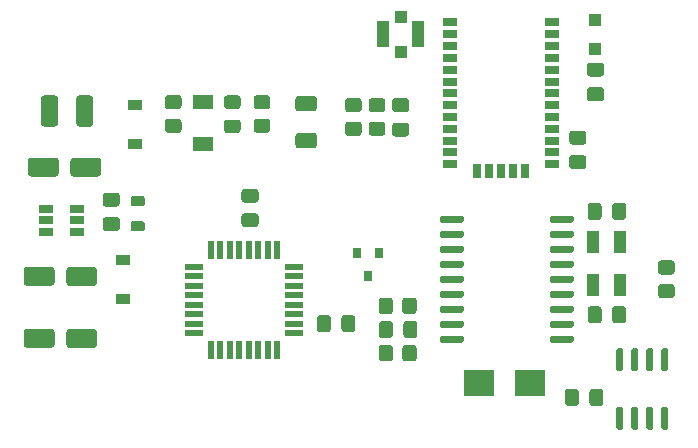
<source format=gbr>
%TF.GenerationSoftware,KiCad,Pcbnew,(5.1.12-1-10_14)*%
%TF.CreationDate,2023-02-08T21:42:28+01:00*%
%TF.ProjectId,SmartDisplay,536d6172-7444-4697-9370-6c61792e6b69,rev?*%
%TF.SameCoordinates,Original*%
%TF.FileFunction,Paste,Top*%
%TF.FilePolarity,Positive*%
%FSLAX46Y46*%
G04 Gerber Fmt 4.6, Leading zero omitted, Abs format (unit mm)*
G04 Created by KiCad (PCBNEW (5.1.12-1-10_14)) date 2023-02-08 21:42:28*
%MOMM*%
%LPD*%
G01*
G04 APERTURE LIST*
%ADD10R,1.200000X0.900000*%
%ADD11R,0.800000X0.900000*%
%ADD12R,1.000000X1.000000*%
%ADD13R,1.050000X2.200000*%
%ADD14R,1.143000X0.711200*%
%ADD15R,0.711200X1.143000*%
%ADD16R,1.220000X0.650000*%
%ADD17R,0.550000X1.600000*%
%ADD18R,1.600000X0.550000*%
%ADD19R,2.500000X2.300000*%
%ADD20R,1.100000X1.900000*%
%ADD21R,1.700000X1.300000*%
G04 APERTURE END LIST*
D10*
%TO.C,D6*%
X137500000Y-85620000D03*
X137500000Y-88920000D03*
%TD*%
%TO.C,D5*%
X136500000Y-102070000D03*
X136500000Y-98770000D03*
%TD*%
%TO.C,C11*%
G36*
G01*
X152650003Y-86207500D02*
X151349997Y-86207500D01*
G75*
G02*
X151100000Y-85957503I0J249997D01*
G01*
X151100000Y-85132497D01*
G75*
G02*
X151349997Y-84882500I249997J0D01*
G01*
X152650003Y-84882500D01*
G75*
G02*
X152900000Y-85132497I0J-249997D01*
G01*
X152900000Y-85957503D01*
G75*
G02*
X152650003Y-86207500I-249997J0D01*
G01*
G37*
G36*
G01*
X152650003Y-89332500D02*
X151349997Y-89332500D01*
G75*
G02*
X151100000Y-89082503I0J249997D01*
G01*
X151100000Y-88257497D01*
G75*
G02*
X151349997Y-88007500I249997J0D01*
G01*
X152650003Y-88007500D01*
G75*
G02*
X152900000Y-88257497I0J-249997D01*
G01*
X152900000Y-89082503D01*
G75*
G02*
X152650003Y-89332500I-249997J0D01*
G01*
G37*
%TD*%
D11*
%TO.C,D3*%
X157250000Y-100170000D03*
X156300000Y-98170000D03*
X158200000Y-98170000D03*
%TD*%
D12*
%TO.C,X1*%
X160025000Y-81170000D03*
X160025000Y-78170000D03*
D13*
X161500000Y-79670000D03*
X158550000Y-79670000D03*
%TD*%
D14*
%TO.C,U5*%
X172825000Y-78669999D03*
X172825000Y-79670000D03*
X172825000Y-80670000D03*
X172825000Y-81670001D03*
X172825000Y-82669999D03*
X172825000Y-83669999D03*
X172825000Y-84670000D03*
X172825000Y-85670001D03*
X172825000Y-86670001D03*
X172825000Y-87669999D03*
X172825000Y-88670000D03*
X172825000Y-89670000D03*
X172825000Y-90670001D03*
D15*
X170500001Y-91270002D03*
X169500001Y-91270002D03*
X168500000Y-91270002D03*
X167499999Y-91270002D03*
X166499999Y-91270002D03*
D14*
X164175000Y-90670001D03*
X164175000Y-89670000D03*
X164175000Y-88670000D03*
X164175000Y-87669999D03*
X164175000Y-86670001D03*
X164175000Y-85670001D03*
X164175000Y-84670000D03*
X164175000Y-83669999D03*
X164175000Y-82669999D03*
X164175000Y-81670001D03*
X164175000Y-80670000D03*
X164175000Y-79670000D03*
X164175000Y-78669999D03*
%TD*%
%TO.C,C15*%
G36*
G01*
X175475000Y-89007500D02*
X174525000Y-89007500D01*
G75*
G02*
X174275000Y-88757500I0J250000D01*
G01*
X174275000Y-88082500D01*
G75*
G02*
X174525000Y-87832500I250000J0D01*
G01*
X175475000Y-87832500D01*
G75*
G02*
X175725000Y-88082500I0J-250000D01*
G01*
X175725000Y-88757500D01*
G75*
G02*
X175475000Y-89007500I-250000J0D01*
G01*
G37*
G36*
G01*
X175475000Y-91082500D02*
X174525000Y-91082500D01*
G75*
G02*
X174275000Y-90832500I0J250000D01*
G01*
X174275000Y-90157500D01*
G75*
G02*
X174525000Y-89907500I250000J0D01*
G01*
X175475000Y-89907500D01*
G75*
G02*
X175725000Y-90157500I0J-250000D01*
G01*
X175725000Y-90832500D01*
G75*
G02*
X175475000Y-91082500I-250000J0D01*
G01*
G37*
%TD*%
D16*
%TO.C,U4*%
X132560000Y-94470000D03*
X132560000Y-95420000D03*
X132560000Y-96370000D03*
X129940000Y-96370000D03*
X129940000Y-95420000D03*
X129940000Y-94470000D03*
%TD*%
%TO.C,L1*%
G36*
G01*
X138131250Y-94232500D02*
X137368750Y-94232500D01*
G75*
G02*
X137150000Y-94013750I0J218750D01*
G01*
X137150000Y-93576250D01*
G75*
G02*
X137368750Y-93357500I218750J0D01*
G01*
X138131250Y-93357500D01*
G75*
G02*
X138350000Y-93576250I0J-218750D01*
G01*
X138350000Y-94013750D01*
G75*
G02*
X138131250Y-94232500I-218750J0D01*
G01*
G37*
G36*
G01*
X138131250Y-96357500D02*
X137368750Y-96357500D01*
G75*
G02*
X137150000Y-96138750I0J218750D01*
G01*
X137150000Y-95701250D01*
G75*
G02*
X137368750Y-95482500I218750J0D01*
G01*
X138131250Y-95482500D01*
G75*
G02*
X138350000Y-95701250I0J-218750D01*
G01*
X138350000Y-96138750D01*
G75*
G02*
X138131250Y-96357500I-218750J0D01*
G01*
G37*
%TD*%
%TO.C,C14*%
G36*
G01*
X131700000Y-105970000D02*
X131700000Y-104870000D01*
G75*
G02*
X131950000Y-104620000I250000J0D01*
G01*
X134050000Y-104620000D01*
G75*
G02*
X134300000Y-104870000I0J-250000D01*
G01*
X134300000Y-105970000D01*
G75*
G02*
X134050000Y-106220000I-250000J0D01*
G01*
X131950000Y-106220000D01*
G75*
G02*
X131700000Y-105970000I0J250000D01*
G01*
G37*
G36*
G01*
X128100000Y-105970000D02*
X128100000Y-104870000D01*
G75*
G02*
X128350000Y-104620000I250000J0D01*
G01*
X130450000Y-104620000D01*
G75*
G02*
X130700000Y-104870000I0J-250000D01*
G01*
X130700000Y-105970000D01*
G75*
G02*
X130450000Y-106220000I-250000J0D01*
G01*
X128350000Y-106220000D01*
G75*
G02*
X128100000Y-105970000I0J250000D01*
G01*
G37*
%TD*%
%TO.C,C13*%
G36*
G01*
X131700000Y-100720000D02*
X131700000Y-99620000D01*
G75*
G02*
X131950000Y-99370000I250000J0D01*
G01*
X134050000Y-99370000D01*
G75*
G02*
X134300000Y-99620000I0J-250000D01*
G01*
X134300000Y-100720000D01*
G75*
G02*
X134050000Y-100970000I-250000J0D01*
G01*
X131950000Y-100970000D01*
G75*
G02*
X131700000Y-100720000I0J250000D01*
G01*
G37*
G36*
G01*
X128100000Y-100720000D02*
X128100000Y-99620000D01*
G75*
G02*
X128350000Y-99370000I250000J0D01*
G01*
X130450000Y-99370000D01*
G75*
G02*
X130700000Y-99620000I0J-250000D01*
G01*
X130700000Y-100720000D01*
G75*
G02*
X130450000Y-100970000I-250000J0D01*
G01*
X128350000Y-100970000D01*
G75*
G02*
X128100000Y-100720000I0J250000D01*
G01*
G37*
%TD*%
%TO.C,C4*%
G36*
G01*
X135975000Y-94257500D02*
X135025000Y-94257500D01*
G75*
G02*
X134775000Y-94007500I0J250000D01*
G01*
X134775000Y-93332500D01*
G75*
G02*
X135025000Y-93082500I250000J0D01*
G01*
X135975000Y-93082500D01*
G75*
G02*
X136225000Y-93332500I0J-250000D01*
G01*
X136225000Y-94007500D01*
G75*
G02*
X135975000Y-94257500I-250000J0D01*
G01*
G37*
G36*
G01*
X135975000Y-96332500D02*
X135025000Y-96332500D01*
G75*
G02*
X134775000Y-96082500I0J250000D01*
G01*
X134775000Y-95407500D01*
G75*
G02*
X135025000Y-95157500I250000J0D01*
G01*
X135975000Y-95157500D01*
G75*
G02*
X136225000Y-95407500I0J-250000D01*
G01*
X136225000Y-96082500D01*
G75*
G02*
X135975000Y-96332500I-250000J0D01*
G01*
G37*
%TD*%
%TO.C,C3*%
G36*
G01*
X132050000Y-91470000D02*
X132050000Y-90370000D01*
G75*
G02*
X132300000Y-90120000I250000J0D01*
G01*
X134400000Y-90120000D01*
G75*
G02*
X134650000Y-90370000I0J-250000D01*
G01*
X134650000Y-91470000D01*
G75*
G02*
X134400000Y-91720000I-250000J0D01*
G01*
X132300000Y-91720000D01*
G75*
G02*
X132050000Y-91470000I0J250000D01*
G01*
G37*
G36*
G01*
X128450000Y-91470000D02*
X128450000Y-90370000D01*
G75*
G02*
X128700000Y-90120000I250000J0D01*
G01*
X130800000Y-90120000D01*
G75*
G02*
X131050000Y-90370000I0J-250000D01*
G01*
X131050000Y-91470000D01*
G75*
G02*
X130800000Y-91720000I-250000J0D01*
G01*
X128700000Y-91720000D01*
G75*
G02*
X128450000Y-91470000I0J250000D01*
G01*
G37*
%TD*%
%TO.C,F1*%
G36*
G01*
X132537500Y-87245000D02*
X132537500Y-85095000D01*
G75*
G02*
X132787500Y-84845000I250000J0D01*
G01*
X133712500Y-84845000D01*
G75*
G02*
X133962500Y-85095000I0J-250000D01*
G01*
X133962500Y-87245000D01*
G75*
G02*
X133712500Y-87495000I-250000J0D01*
G01*
X132787500Y-87495000D01*
G75*
G02*
X132537500Y-87245000I0J250000D01*
G01*
G37*
G36*
G01*
X129562500Y-87245000D02*
X129562500Y-85095000D01*
G75*
G02*
X129812500Y-84845000I250000J0D01*
G01*
X130737500Y-84845000D01*
G75*
G02*
X130987500Y-85095000I0J-250000D01*
G01*
X130987500Y-87245000D01*
G75*
G02*
X130737500Y-87495000I-250000J0D01*
G01*
X129812500Y-87495000D01*
G75*
G02*
X129562500Y-87245000I0J250000D01*
G01*
G37*
%TD*%
%TO.C,U3*%
G36*
G01*
X165375000Y-105330000D02*
X165375000Y-105630000D01*
G75*
G02*
X165225000Y-105780000I-150000J0D01*
G01*
X163475000Y-105780000D01*
G75*
G02*
X163325000Y-105630000I0J150000D01*
G01*
X163325000Y-105330000D01*
G75*
G02*
X163475000Y-105180000I150000J0D01*
G01*
X165225000Y-105180000D01*
G75*
G02*
X165375000Y-105330000I0J-150000D01*
G01*
G37*
G36*
G01*
X165375000Y-104060000D02*
X165375000Y-104360000D01*
G75*
G02*
X165225000Y-104510000I-150000J0D01*
G01*
X163475000Y-104510000D01*
G75*
G02*
X163325000Y-104360000I0J150000D01*
G01*
X163325000Y-104060000D01*
G75*
G02*
X163475000Y-103910000I150000J0D01*
G01*
X165225000Y-103910000D01*
G75*
G02*
X165375000Y-104060000I0J-150000D01*
G01*
G37*
G36*
G01*
X165375000Y-102790000D02*
X165375000Y-103090000D01*
G75*
G02*
X165225000Y-103240000I-150000J0D01*
G01*
X163475000Y-103240000D01*
G75*
G02*
X163325000Y-103090000I0J150000D01*
G01*
X163325000Y-102790000D01*
G75*
G02*
X163475000Y-102640000I150000J0D01*
G01*
X165225000Y-102640000D01*
G75*
G02*
X165375000Y-102790000I0J-150000D01*
G01*
G37*
G36*
G01*
X165375000Y-101520000D02*
X165375000Y-101820000D01*
G75*
G02*
X165225000Y-101970000I-150000J0D01*
G01*
X163475000Y-101970000D01*
G75*
G02*
X163325000Y-101820000I0J150000D01*
G01*
X163325000Y-101520000D01*
G75*
G02*
X163475000Y-101370000I150000J0D01*
G01*
X165225000Y-101370000D01*
G75*
G02*
X165375000Y-101520000I0J-150000D01*
G01*
G37*
G36*
G01*
X165375000Y-100250000D02*
X165375000Y-100550000D01*
G75*
G02*
X165225000Y-100700000I-150000J0D01*
G01*
X163475000Y-100700000D01*
G75*
G02*
X163325000Y-100550000I0J150000D01*
G01*
X163325000Y-100250000D01*
G75*
G02*
X163475000Y-100100000I150000J0D01*
G01*
X165225000Y-100100000D01*
G75*
G02*
X165375000Y-100250000I0J-150000D01*
G01*
G37*
G36*
G01*
X165375000Y-98980000D02*
X165375000Y-99280000D01*
G75*
G02*
X165225000Y-99430000I-150000J0D01*
G01*
X163475000Y-99430000D01*
G75*
G02*
X163325000Y-99280000I0J150000D01*
G01*
X163325000Y-98980000D01*
G75*
G02*
X163475000Y-98830000I150000J0D01*
G01*
X165225000Y-98830000D01*
G75*
G02*
X165375000Y-98980000I0J-150000D01*
G01*
G37*
G36*
G01*
X165375000Y-97710000D02*
X165375000Y-98010000D01*
G75*
G02*
X165225000Y-98160000I-150000J0D01*
G01*
X163475000Y-98160000D01*
G75*
G02*
X163325000Y-98010000I0J150000D01*
G01*
X163325000Y-97710000D01*
G75*
G02*
X163475000Y-97560000I150000J0D01*
G01*
X165225000Y-97560000D01*
G75*
G02*
X165375000Y-97710000I0J-150000D01*
G01*
G37*
G36*
G01*
X165375000Y-96440000D02*
X165375000Y-96740000D01*
G75*
G02*
X165225000Y-96890000I-150000J0D01*
G01*
X163475000Y-96890000D01*
G75*
G02*
X163325000Y-96740000I0J150000D01*
G01*
X163325000Y-96440000D01*
G75*
G02*
X163475000Y-96290000I150000J0D01*
G01*
X165225000Y-96290000D01*
G75*
G02*
X165375000Y-96440000I0J-150000D01*
G01*
G37*
G36*
G01*
X165375000Y-95170000D02*
X165375000Y-95470000D01*
G75*
G02*
X165225000Y-95620000I-150000J0D01*
G01*
X163475000Y-95620000D01*
G75*
G02*
X163325000Y-95470000I0J150000D01*
G01*
X163325000Y-95170000D01*
G75*
G02*
X163475000Y-95020000I150000J0D01*
G01*
X165225000Y-95020000D01*
G75*
G02*
X165375000Y-95170000I0J-150000D01*
G01*
G37*
G36*
G01*
X174675000Y-95170000D02*
X174675000Y-95470000D01*
G75*
G02*
X174525000Y-95620000I-150000J0D01*
G01*
X172775000Y-95620000D01*
G75*
G02*
X172625000Y-95470000I0J150000D01*
G01*
X172625000Y-95170000D01*
G75*
G02*
X172775000Y-95020000I150000J0D01*
G01*
X174525000Y-95020000D01*
G75*
G02*
X174675000Y-95170000I0J-150000D01*
G01*
G37*
G36*
G01*
X174675000Y-96440000D02*
X174675000Y-96740000D01*
G75*
G02*
X174525000Y-96890000I-150000J0D01*
G01*
X172775000Y-96890000D01*
G75*
G02*
X172625000Y-96740000I0J150000D01*
G01*
X172625000Y-96440000D01*
G75*
G02*
X172775000Y-96290000I150000J0D01*
G01*
X174525000Y-96290000D01*
G75*
G02*
X174675000Y-96440000I0J-150000D01*
G01*
G37*
G36*
G01*
X174675000Y-97710000D02*
X174675000Y-98010000D01*
G75*
G02*
X174525000Y-98160000I-150000J0D01*
G01*
X172775000Y-98160000D01*
G75*
G02*
X172625000Y-98010000I0J150000D01*
G01*
X172625000Y-97710000D01*
G75*
G02*
X172775000Y-97560000I150000J0D01*
G01*
X174525000Y-97560000D01*
G75*
G02*
X174675000Y-97710000I0J-150000D01*
G01*
G37*
G36*
G01*
X174675000Y-98980000D02*
X174675000Y-99280000D01*
G75*
G02*
X174525000Y-99430000I-150000J0D01*
G01*
X172775000Y-99430000D01*
G75*
G02*
X172625000Y-99280000I0J150000D01*
G01*
X172625000Y-98980000D01*
G75*
G02*
X172775000Y-98830000I150000J0D01*
G01*
X174525000Y-98830000D01*
G75*
G02*
X174675000Y-98980000I0J-150000D01*
G01*
G37*
G36*
G01*
X174675000Y-100250000D02*
X174675000Y-100550000D01*
G75*
G02*
X174525000Y-100700000I-150000J0D01*
G01*
X172775000Y-100700000D01*
G75*
G02*
X172625000Y-100550000I0J150000D01*
G01*
X172625000Y-100250000D01*
G75*
G02*
X172775000Y-100100000I150000J0D01*
G01*
X174525000Y-100100000D01*
G75*
G02*
X174675000Y-100250000I0J-150000D01*
G01*
G37*
G36*
G01*
X174675000Y-101520000D02*
X174675000Y-101820000D01*
G75*
G02*
X174525000Y-101970000I-150000J0D01*
G01*
X172775000Y-101970000D01*
G75*
G02*
X172625000Y-101820000I0J150000D01*
G01*
X172625000Y-101520000D01*
G75*
G02*
X172775000Y-101370000I150000J0D01*
G01*
X174525000Y-101370000D01*
G75*
G02*
X174675000Y-101520000I0J-150000D01*
G01*
G37*
G36*
G01*
X174675000Y-102790000D02*
X174675000Y-103090000D01*
G75*
G02*
X174525000Y-103240000I-150000J0D01*
G01*
X172775000Y-103240000D01*
G75*
G02*
X172625000Y-103090000I0J150000D01*
G01*
X172625000Y-102790000D01*
G75*
G02*
X172775000Y-102640000I150000J0D01*
G01*
X174525000Y-102640000D01*
G75*
G02*
X174675000Y-102790000I0J-150000D01*
G01*
G37*
G36*
G01*
X174675000Y-104060000D02*
X174675000Y-104360000D01*
G75*
G02*
X174525000Y-104510000I-150000J0D01*
G01*
X172775000Y-104510000D01*
G75*
G02*
X172625000Y-104360000I0J150000D01*
G01*
X172625000Y-104060000D01*
G75*
G02*
X172775000Y-103910000I150000J0D01*
G01*
X174525000Y-103910000D01*
G75*
G02*
X174675000Y-104060000I0J-150000D01*
G01*
G37*
G36*
G01*
X174675000Y-105330000D02*
X174675000Y-105630000D01*
G75*
G02*
X174525000Y-105780000I-150000J0D01*
G01*
X172775000Y-105780000D01*
G75*
G02*
X172625000Y-105630000I0J150000D01*
G01*
X172625000Y-105330000D01*
G75*
G02*
X172775000Y-105180000I150000J0D01*
G01*
X174525000Y-105180000D01*
G75*
G02*
X174675000Y-105330000I0J-150000D01*
G01*
G37*
%TD*%
%TO.C,R8*%
G36*
G01*
X160150000Y-107120001D02*
X160150000Y-106219999D01*
G75*
G02*
X160399999Y-105970000I249999J0D01*
G01*
X161100001Y-105970000D01*
G75*
G02*
X161350000Y-106219999I0J-249999D01*
G01*
X161350000Y-107120001D01*
G75*
G02*
X161100001Y-107370000I-249999J0D01*
G01*
X160399999Y-107370000D01*
G75*
G02*
X160150000Y-107120001I0J249999D01*
G01*
G37*
G36*
G01*
X158150000Y-107120001D02*
X158150000Y-106219999D01*
G75*
G02*
X158399999Y-105970000I249999J0D01*
G01*
X159100001Y-105970000D01*
G75*
G02*
X159350000Y-106219999I0J-249999D01*
G01*
X159350000Y-107120001D01*
G75*
G02*
X159100001Y-107370000I-249999J0D01*
G01*
X158399999Y-107370000D01*
G75*
G02*
X158150000Y-107120001I0J249999D01*
G01*
G37*
%TD*%
%TO.C,R7*%
G36*
G01*
X148700001Y-86020000D02*
X147799999Y-86020000D01*
G75*
G02*
X147550000Y-85770001I0J249999D01*
G01*
X147550000Y-85069999D01*
G75*
G02*
X147799999Y-84820000I249999J0D01*
G01*
X148700001Y-84820000D01*
G75*
G02*
X148950000Y-85069999I0J-249999D01*
G01*
X148950000Y-85770001D01*
G75*
G02*
X148700001Y-86020000I-249999J0D01*
G01*
G37*
G36*
G01*
X148700001Y-88020000D02*
X147799999Y-88020000D01*
G75*
G02*
X147550000Y-87770001I0J249999D01*
G01*
X147550000Y-87069999D01*
G75*
G02*
X147799999Y-86820000I249999J0D01*
G01*
X148700001Y-86820000D01*
G75*
G02*
X148950000Y-87069999I0J-249999D01*
G01*
X148950000Y-87770001D01*
G75*
G02*
X148700001Y-88020000I-249999J0D01*
G01*
G37*
%TD*%
%TO.C,R6*%
G36*
G01*
X141200001Y-86020000D02*
X140299999Y-86020000D01*
G75*
G02*
X140050000Y-85770001I0J249999D01*
G01*
X140050000Y-85069999D01*
G75*
G02*
X140299999Y-84820000I249999J0D01*
G01*
X141200001Y-84820000D01*
G75*
G02*
X141450000Y-85069999I0J-249999D01*
G01*
X141450000Y-85770001D01*
G75*
G02*
X141200001Y-86020000I-249999J0D01*
G01*
G37*
G36*
G01*
X141200001Y-88020000D02*
X140299999Y-88020000D01*
G75*
G02*
X140050000Y-87770001I0J249999D01*
G01*
X140050000Y-87069999D01*
G75*
G02*
X140299999Y-86820000I249999J0D01*
G01*
X141200001Y-86820000D01*
G75*
G02*
X141450000Y-87069999I0J-249999D01*
G01*
X141450000Y-87770001D01*
G75*
G02*
X141200001Y-88020000I-249999J0D01*
G01*
G37*
%TD*%
%TO.C,R5*%
G36*
G01*
X155549999Y-87070000D02*
X156450001Y-87070000D01*
G75*
G02*
X156700000Y-87319999I0J-249999D01*
G01*
X156700000Y-88020001D01*
G75*
G02*
X156450001Y-88270000I-249999J0D01*
G01*
X155549999Y-88270000D01*
G75*
G02*
X155300000Y-88020001I0J249999D01*
G01*
X155300000Y-87319999D01*
G75*
G02*
X155549999Y-87070000I249999J0D01*
G01*
G37*
G36*
G01*
X155549999Y-85070000D02*
X156450001Y-85070000D01*
G75*
G02*
X156700000Y-85319999I0J-249999D01*
G01*
X156700000Y-86020001D01*
G75*
G02*
X156450001Y-86270000I-249999J0D01*
G01*
X155549999Y-86270000D01*
G75*
G02*
X155300000Y-86020001I0J249999D01*
G01*
X155300000Y-85319999D01*
G75*
G02*
X155549999Y-85070000I249999J0D01*
G01*
G37*
%TD*%
%TO.C,R4*%
G36*
G01*
X157549999Y-87070000D02*
X158450001Y-87070000D01*
G75*
G02*
X158700000Y-87319999I0J-249999D01*
G01*
X158700000Y-88020001D01*
G75*
G02*
X158450001Y-88270000I-249999J0D01*
G01*
X157549999Y-88270000D01*
G75*
G02*
X157300000Y-88020001I0J249999D01*
G01*
X157300000Y-87319999D01*
G75*
G02*
X157549999Y-87070000I249999J0D01*
G01*
G37*
G36*
G01*
X157549999Y-85070000D02*
X158450001Y-85070000D01*
G75*
G02*
X158700000Y-85319999I0J-249999D01*
G01*
X158700000Y-86020001D01*
G75*
G02*
X158450001Y-86270000I-249999J0D01*
G01*
X157549999Y-86270000D01*
G75*
G02*
X157300000Y-86020001I0J249999D01*
G01*
X157300000Y-85319999D01*
G75*
G02*
X157549999Y-85070000I249999J0D01*
G01*
G37*
%TD*%
%TO.C,R3*%
G36*
G01*
X160150000Y-103120001D02*
X160150000Y-102219999D01*
G75*
G02*
X160399999Y-101970000I249999J0D01*
G01*
X161100001Y-101970000D01*
G75*
G02*
X161350000Y-102219999I0J-249999D01*
G01*
X161350000Y-103120001D01*
G75*
G02*
X161100001Y-103370000I-249999J0D01*
G01*
X160399999Y-103370000D01*
G75*
G02*
X160150000Y-103120001I0J249999D01*
G01*
G37*
G36*
G01*
X158150000Y-103120001D02*
X158150000Y-102219999D01*
G75*
G02*
X158399999Y-101970000I249999J0D01*
G01*
X159100001Y-101970000D01*
G75*
G02*
X159350000Y-102219999I0J-249999D01*
G01*
X159350000Y-103120001D01*
G75*
G02*
X159100001Y-103370000I-249999J0D01*
G01*
X158399999Y-103370000D01*
G75*
G02*
X158150000Y-103120001I0J249999D01*
G01*
G37*
%TD*%
%TO.C,R2*%
G36*
G01*
X182950001Y-100020000D02*
X182049999Y-100020000D01*
G75*
G02*
X181800000Y-99770001I0J249999D01*
G01*
X181800000Y-99069999D01*
G75*
G02*
X182049999Y-98820000I249999J0D01*
G01*
X182950001Y-98820000D01*
G75*
G02*
X183200000Y-99069999I0J-249999D01*
G01*
X183200000Y-99770001D01*
G75*
G02*
X182950001Y-100020000I-249999J0D01*
G01*
G37*
G36*
G01*
X182950001Y-102020000D02*
X182049999Y-102020000D01*
G75*
G02*
X181800000Y-101770001I0J249999D01*
G01*
X181800000Y-101069999D01*
G75*
G02*
X182049999Y-100820000I249999J0D01*
G01*
X182950001Y-100820000D01*
G75*
G02*
X183200000Y-101069999I0J-249999D01*
G01*
X183200000Y-101770001D01*
G75*
G02*
X182950001Y-102020000I-249999J0D01*
G01*
G37*
%TD*%
%TO.C,C12*%
G36*
G01*
X176975000Y-83257500D02*
X176025000Y-83257500D01*
G75*
G02*
X175775000Y-83007500I0J250000D01*
G01*
X175775000Y-82332500D01*
G75*
G02*
X176025000Y-82082500I250000J0D01*
G01*
X176975000Y-82082500D01*
G75*
G02*
X177225000Y-82332500I0J-250000D01*
G01*
X177225000Y-83007500D01*
G75*
G02*
X176975000Y-83257500I-250000J0D01*
G01*
G37*
G36*
G01*
X176975000Y-85332500D02*
X176025000Y-85332500D01*
G75*
G02*
X175775000Y-85082500I0J250000D01*
G01*
X175775000Y-84407500D01*
G75*
G02*
X176025000Y-84157500I250000J0D01*
G01*
X176975000Y-84157500D01*
G75*
G02*
X177225000Y-84407500I0J-250000D01*
G01*
X177225000Y-85082500D01*
G75*
G02*
X176975000Y-85332500I-250000J0D01*
G01*
G37*
%TD*%
%TO.C,C9*%
G36*
G01*
X160475000Y-86257500D02*
X159525000Y-86257500D01*
G75*
G02*
X159275000Y-86007500I0J250000D01*
G01*
X159275000Y-85332500D01*
G75*
G02*
X159525000Y-85082500I250000J0D01*
G01*
X160475000Y-85082500D01*
G75*
G02*
X160725000Y-85332500I0J-250000D01*
G01*
X160725000Y-86007500D01*
G75*
G02*
X160475000Y-86257500I-250000J0D01*
G01*
G37*
G36*
G01*
X160475000Y-88332500D02*
X159525000Y-88332500D01*
G75*
G02*
X159275000Y-88082500I0J250000D01*
G01*
X159275000Y-87407500D01*
G75*
G02*
X159525000Y-87157500I250000J0D01*
G01*
X160475000Y-87157500D01*
G75*
G02*
X160725000Y-87407500I0J-250000D01*
G01*
X160725000Y-88082500D01*
G75*
G02*
X160475000Y-88332500I-250000J0D01*
G01*
G37*
%TD*%
%TO.C,C8*%
G36*
G01*
X177012500Y-102945000D02*
X177012500Y-103895000D01*
G75*
G02*
X176762500Y-104145000I-250000J0D01*
G01*
X176087500Y-104145000D01*
G75*
G02*
X175837500Y-103895000I0J250000D01*
G01*
X175837500Y-102945000D01*
G75*
G02*
X176087500Y-102695000I250000J0D01*
G01*
X176762500Y-102695000D01*
G75*
G02*
X177012500Y-102945000I0J-250000D01*
G01*
G37*
G36*
G01*
X179087500Y-102945000D02*
X179087500Y-103895000D01*
G75*
G02*
X178837500Y-104145000I-250000J0D01*
G01*
X178162500Y-104145000D01*
G75*
G02*
X177912500Y-103895000I0J250000D01*
G01*
X177912500Y-102945000D01*
G75*
G02*
X178162500Y-102695000I250000J0D01*
G01*
X178837500Y-102695000D01*
G75*
G02*
X179087500Y-102945000I0J-250000D01*
G01*
G37*
%TD*%
%TO.C,C7*%
G36*
G01*
X177912500Y-95145000D02*
X177912500Y-94195000D01*
G75*
G02*
X178162500Y-93945000I250000J0D01*
G01*
X178837500Y-93945000D01*
G75*
G02*
X179087500Y-94195000I0J-250000D01*
G01*
X179087500Y-95145000D01*
G75*
G02*
X178837500Y-95395000I-250000J0D01*
G01*
X178162500Y-95395000D01*
G75*
G02*
X177912500Y-95145000I0J250000D01*
G01*
G37*
G36*
G01*
X175837500Y-95145000D02*
X175837500Y-94195000D01*
G75*
G02*
X176087500Y-93945000I250000J0D01*
G01*
X176762500Y-93945000D01*
G75*
G02*
X177012500Y-94195000I0J-250000D01*
G01*
X177012500Y-95145000D01*
G75*
G02*
X176762500Y-95395000I-250000J0D01*
G01*
X176087500Y-95395000D01*
G75*
G02*
X175837500Y-95145000I0J250000D01*
G01*
G37*
%TD*%
%TO.C,C6*%
G36*
G01*
X147725000Y-93932500D02*
X146775000Y-93932500D01*
G75*
G02*
X146525000Y-93682500I0J250000D01*
G01*
X146525000Y-93007500D01*
G75*
G02*
X146775000Y-92757500I250000J0D01*
G01*
X147725000Y-92757500D01*
G75*
G02*
X147975000Y-93007500I0J-250000D01*
G01*
X147975000Y-93682500D01*
G75*
G02*
X147725000Y-93932500I-250000J0D01*
G01*
G37*
G36*
G01*
X147725000Y-96007500D02*
X146775000Y-96007500D01*
G75*
G02*
X146525000Y-95757500I0J250000D01*
G01*
X146525000Y-95082500D01*
G75*
G02*
X146775000Y-94832500I250000J0D01*
G01*
X147725000Y-94832500D01*
G75*
G02*
X147975000Y-95082500I0J-250000D01*
G01*
X147975000Y-95757500D01*
G75*
G02*
X147725000Y-96007500I-250000J0D01*
G01*
G37*
%TD*%
%TO.C,C5*%
G36*
G01*
X175987500Y-110895000D02*
X175987500Y-109945000D01*
G75*
G02*
X176237500Y-109695000I250000J0D01*
G01*
X176912500Y-109695000D01*
G75*
G02*
X177162500Y-109945000I0J-250000D01*
G01*
X177162500Y-110895000D01*
G75*
G02*
X176912500Y-111145000I-250000J0D01*
G01*
X176237500Y-111145000D01*
G75*
G02*
X175987500Y-110895000I0J250000D01*
G01*
G37*
G36*
G01*
X173912500Y-110895000D02*
X173912500Y-109945000D01*
G75*
G02*
X174162500Y-109695000I250000J0D01*
G01*
X174837500Y-109695000D01*
G75*
G02*
X175087500Y-109945000I0J-250000D01*
G01*
X175087500Y-110895000D01*
G75*
G02*
X174837500Y-111145000I-250000J0D01*
G01*
X174162500Y-111145000D01*
G75*
G02*
X173912500Y-110895000I0J250000D01*
G01*
G37*
%TD*%
%TO.C,C2*%
G36*
G01*
X154987500Y-104645000D02*
X154987500Y-103695000D01*
G75*
G02*
X155237500Y-103445000I250000J0D01*
G01*
X155912500Y-103445000D01*
G75*
G02*
X156162500Y-103695000I0J-250000D01*
G01*
X156162500Y-104645000D01*
G75*
G02*
X155912500Y-104895000I-250000J0D01*
G01*
X155237500Y-104895000D01*
G75*
G02*
X154987500Y-104645000I0J250000D01*
G01*
G37*
G36*
G01*
X152912500Y-104645000D02*
X152912500Y-103695000D01*
G75*
G02*
X153162500Y-103445000I250000J0D01*
G01*
X153837500Y-103445000D01*
G75*
G02*
X154087500Y-103695000I0J-250000D01*
G01*
X154087500Y-104645000D01*
G75*
G02*
X153837500Y-104895000I-250000J0D01*
G01*
X153162500Y-104895000D01*
G75*
G02*
X152912500Y-104645000I0J250000D01*
G01*
G37*
%TD*%
%TO.C,C1*%
G36*
G01*
X160237500Y-105145000D02*
X160237500Y-104195000D01*
G75*
G02*
X160487500Y-103945000I250000J0D01*
G01*
X161162500Y-103945000D01*
G75*
G02*
X161412500Y-104195000I0J-250000D01*
G01*
X161412500Y-105145000D01*
G75*
G02*
X161162500Y-105395000I-250000J0D01*
G01*
X160487500Y-105395000D01*
G75*
G02*
X160237500Y-105145000I0J250000D01*
G01*
G37*
G36*
G01*
X158162500Y-105145000D02*
X158162500Y-104195000D01*
G75*
G02*
X158412500Y-103945000I250000J0D01*
G01*
X159087500Y-103945000D01*
G75*
G02*
X159337500Y-104195000I0J-250000D01*
G01*
X159337500Y-105145000D01*
G75*
G02*
X159087500Y-105395000I-250000J0D01*
G01*
X158412500Y-105395000D01*
G75*
G02*
X158162500Y-105145000I0J250000D01*
G01*
G37*
%TD*%
D17*
%TO.C,U1*%
X143950000Y-97920000D03*
X144750000Y-97920000D03*
X145550000Y-97920000D03*
X146350000Y-97920000D03*
X147150000Y-97920000D03*
X147950000Y-97920000D03*
X148750000Y-97920000D03*
X149550000Y-97920000D03*
D18*
X151000000Y-99370000D03*
X151000000Y-100170000D03*
X151000000Y-100970000D03*
X151000000Y-101770000D03*
X151000000Y-102570000D03*
X151000000Y-103370000D03*
X151000000Y-104170000D03*
X151000000Y-104970000D03*
D17*
X149550000Y-106420000D03*
X148750000Y-106420000D03*
X147950000Y-106420000D03*
X147150000Y-106420000D03*
X146350000Y-106420000D03*
X145550000Y-106420000D03*
X144750000Y-106420000D03*
X143950000Y-106420000D03*
D18*
X142500000Y-104970000D03*
X142500000Y-104170000D03*
X142500000Y-103370000D03*
X142500000Y-102570000D03*
X142500000Y-101770000D03*
X142500000Y-100970000D03*
X142500000Y-100170000D03*
X142500000Y-99370000D03*
%TD*%
D19*
%TO.C,D2*%
X166642000Y-109220000D03*
X170942000Y-109220000D03*
%TD*%
D12*
%TO.C,D1*%
X176500000Y-80920000D03*
X176500000Y-78420000D03*
%TD*%
D20*
%TO.C,Y2*%
X178550000Y-97220000D03*
X178550000Y-100920000D03*
X176250000Y-100920000D03*
X176250000Y-97220000D03*
%TD*%
D21*
%TO.C,D4*%
X143250000Y-85420000D03*
X143250000Y-88920000D03*
%TD*%
%TO.C,C10*%
G36*
G01*
X146200001Y-85995000D02*
X145299999Y-85995000D01*
G75*
G02*
X145050000Y-85745001I0J249999D01*
G01*
X145050000Y-85094999D01*
G75*
G02*
X145299999Y-84845000I249999J0D01*
G01*
X146200001Y-84845000D01*
G75*
G02*
X146450000Y-85094999I0J-249999D01*
G01*
X146450000Y-85745001D01*
G75*
G02*
X146200001Y-85995000I-249999J0D01*
G01*
G37*
G36*
G01*
X146200001Y-88045000D02*
X145299999Y-88045000D01*
G75*
G02*
X145050000Y-87795001I0J249999D01*
G01*
X145050000Y-87144999D01*
G75*
G02*
X145299999Y-86895000I249999J0D01*
G01*
X146200001Y-86895000D01*
G75*
G02*
X146450000Y-87144999I0J-249999D01*
G01*
X146450000Y-87795001D01*
G75*
G02*
X146200001Y-88045000I-249999J0D01*
G01*
G37*
%TD*%
%TO.C,U2*%
G36*
G01*
X182222000Y-111195000D02*
X182522000Y-111195000D01*
G75*
G02*
X182672000Y-111345000I0J-150000D01*
G01*
X182672000Y-112995000D01*
G75*
G02*
X182522000Y-113145000I-150000J0D01*
G01*
X182222000Y-113145000D01*
G75*
G02*
X182072000Y-112995000I0J150000D01*
G01*
X182072000Y-111345000D01*
G75*
G02*
X182222000Y-111195000I150000J0D01*
G01*
G37*
G36*
G01*
X180952000Y-111195000D02*
X181252000Y-111195000D01*
G75*
G02*
X181402000Y-111345000I0J-150000D01*
G01*
X181402000Y-112995000D01*
G75*
G02*
X181252000Y-113145000I-150000J0D01*
G01*
X180952000Y-113145000D01*
G75*
G02*
X180802000Y-112995000I0J150000D01*
G01*
X180802000Y-111345000D01*
G75*
G02*
X180952000Y-111195000I150000J0D01*
G01*
G37*
G36*
G01*
X179682000Y-111195000D02*
X179982000Y-111195000D01*
G75*
G02*
X180132000Y-111345000I0J-150000D01*
G01*
X180132000Y-112995000D01*
G75*
G02*
X179982000Y-113145000I-150000J0D01*
G01*
X179682000Y-113145000D01*
G75*
G02*
X179532000Y-112995000I0J150000D01*
G01*
X179532000Y-111345000D01*
G75*
G02*
X179682000Y-111195000I150000J0D01*
G01*
G37*
G36*
G01*
X178412000Y-111195000D02*
X178712000Y-111195000D01*
G75*
G02*
X178862000Y-111345000I0J-150000D01*
G01*
X178862000Y-112995000D01*
G75*
G02*
X178712000Y-113145000I-150000J0D01*
G01*
X178412000Y-113145000D01*
G75*
G02*
X178262000Y-112995000I0J150000D01*
G01*
X178262000Y-111345000D01*
G75*
G02*
X178412000Y-111195000I150000J0D01*
G01*
G37*
G36*
G01*
X178412000Y-106245000D02*
X178712000Y-106245000D01*
G75*
G02*
X178862000Y-106395000I0J-150000D01*
G01*
X178862000Y-108045000D01*
G75*
G02*
X178712000Y-108195000I-150000J0D01*
G01*
X178412000Y-108195000D01*
G75*
G02*
X178262000Y-108045000I0J150000D01*
G01*
X178262000Y-106395000D01*
G75*
G02*
X178412000Y-106245000I150000J0D01*
G01*
G37*
G36*
G01*
X179682000Y-106245000D02*
X179982000Y-106245000D01*
G75*
G02*
X180132000Y-106395000I0J-150000D01*
G01*
X180132000Y-108045000D01*
G75*
G02*
X179982000Y-108195000I-150000J0D01*
G01*
X179682000Y-108195000D01*
G75*
G02*
X179532000Y-108045000I0J150000D01*
G01*
X179532000Y-106395000D01*
G75*
G02*
X179682000Y-106245000I150000J0D01*
G01*
G37*
G36*
G01*
X180952000Y-106245000D02*
X181252000Y-106245000D01*
G75*
G02*
X181402000Y-106395000I0J-150000D01*
G01*
X181402000Y-108045000D01*
G75*
G02*
X181252000Y-108195000I-150000J0D01*
G01*
X180952000Y-108195000D01*
G75*
G02*
X180802000Y-108045000I0J150000D01*
G01*
X180802000Y-106395000D01*
G75*
G02*
X180952000Y-106245000I150000J0D01*
G01*
G37*
G36*
G01*
X182222000Y-106245000D02*
X182522000Y-106245000D01*
G75*
G02*
X182672000Y-106395000I0J-150000D01*
G01*
X182672000Y-108045000D01*
G75*
G02*
X182522000Y-108195000I-150000J0D01*
G01*
X182222000Y-108195000D01*
G75*
G02*
X182072000Y-108045000I0J150000D01*
G01*
X182072000Y-106395000D01*
G75*
G02*
X182222000Y-106245000I150000J0D01*
G01*
G37*
%TD*%
M02*

</source>
